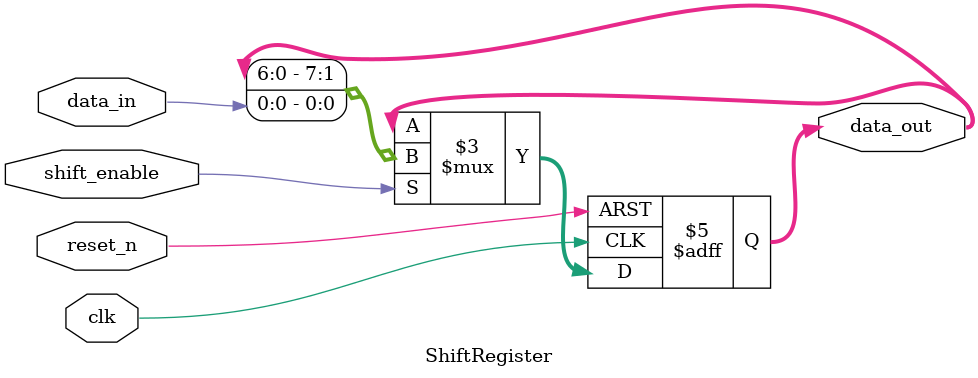
<source format=v>
module ShiftRegister (
    input wire clk,
    input wire reset_n,
    input wire data_in,
    input wire shift_enable,
    output reg [7:0] data_out
);

always @(posedge clk or negedge reset_n) begin
    if (~reset_n)
        data_out <= 8'b00000000; // Reset the shift register to initial state
    else if (shift_enable)
        data_out <= {data_out[6:0], data_in}; // Shift the data bit on the right side of the data vector
end

endmodule

</source>
